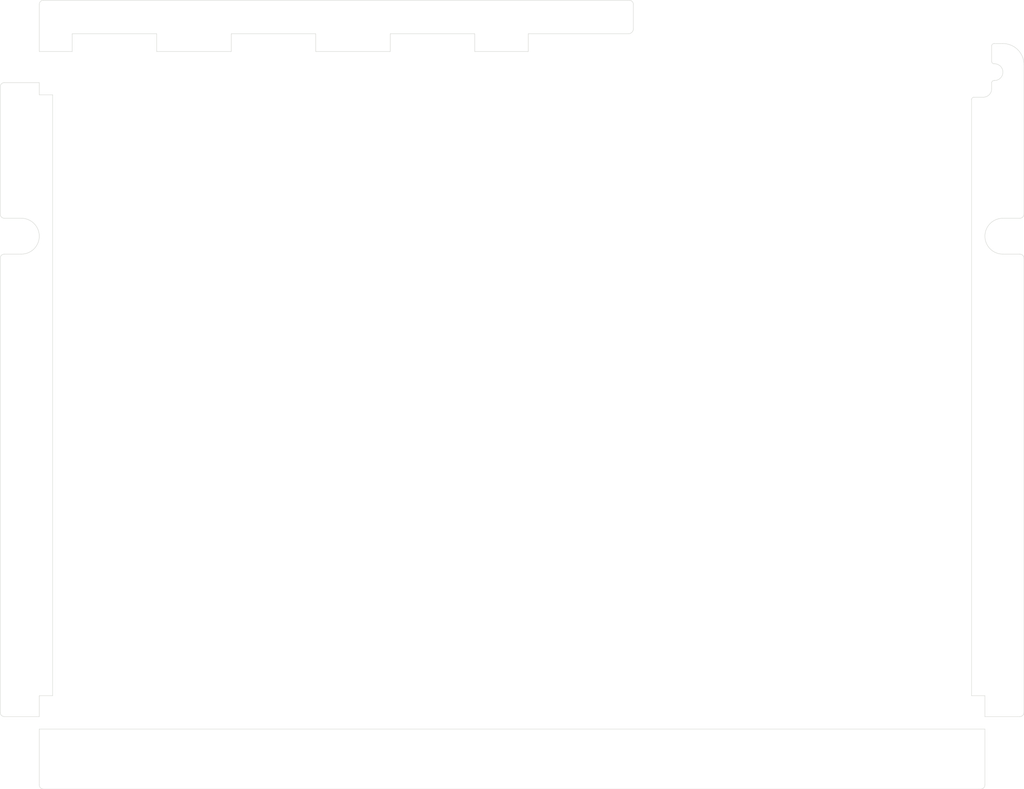
<source format=kicad_pcb>
(kicad_pcb (version 20171130) (host pcbnew "(5.1.12)-1")

  (general
    (thickness 1.6)
    (drawings 68)
    (tracks 0)
    (zones 0)
    (modules 0)
    (nets 1)
  )

  (page A4)
  (layers
    (0 F.Cu signal)
    (31 B.Cu signal)
    (32 B.Adhes user)
    (33 F.Adhes user)
    (34 B.Paste user)
    (35 F.Paste user)
    (36 B.SilkS user)
    (37 F.SilkS user)
    (38 B.Mask user)
    (39 F.Mask user)
    (40 Dwgs.User user)
    (41 Cmts.User user)
    (42 Eco1.User user)
    (43 Eco2.User user)
    (44 Edge.Cuts user)
    (45 Margin user)
    (46 B.CrtYd user)
    (47 F.CrtYd user)
    (48 B.Fab user)
    (49 F.Fab user)
  )

  (setup
    (last_trace_width 0.25)
    (user_trace_width 0.5)
    (trace_clearance 0.2)
    (zone_clearance 0.148828)
    (zone_45_only no)
    (trace_min 0.2)
    (via_size 0.8)
    (via_drill 0.4)
    (via_min_size 0.4)
    (via_min_drill 0.3)
    (uvia_size 0.3)
    (uvia_drill 0.1)
    (uvias_allowed no)
    (uvia_min_size 0.2)
    (uvia_min_drill 0.1)
    (edge_width 0.05)
    (segment_width 0.2)
    (pcb_text_width 0.3)
    (pcb_text_size 1.5 1.5)
    (mod_edge_width 0.12)
    (mod_text_size 1 1)
    (mod_text_width 0.15)
    (pad_size 1.524 1.524)
    (pad_drill 0.762)
    (pad_to_mask_clearance 0)
    (aux_axis_origin 0 0)
    (visible_elements 7FFFFFFF)
    (pcbplotparams
      (layerselection 0x010fc_ffffffff)
      (usegerberextensions false)
      (usegerberattributes false)
      (usegerberadvancedattributes false)
      (creategerberjobfile false)
      (excludeedgelayer true)
      (linewidth 0.100000)
      (plotframeref false)
      (viasonmask false)
      (mode 1)
      (useauxorigin false)
      (hpglpennumber 1)
      (hpglpenspeed 20)
      (hpglpendiameter 15.000000)
      (psnegative false)
      (psa4output false)
      (plotreference true)
      (plotvalue true)
      (plotinvisibletext false)
      (padsonsilk false)
      (subtractmaskfromsilk false)
      (outputformat 1)
      (mirror false)
      (drillshape 0)
      (scaleselection 1)
      (outputdirectory "../../Order/21_LetsSwamp_Assemble_L/"))
  )

  (net 0 "")

  (net_class Default "This is the default net class."
    (clearance 0.2)
    (trace_width 0.25)
    (via_dia 0.8)
    (via_drill 0.4)
    (uvia_dia 0.3)
    (uvia_drill 0.1)
  )

  (gr_arc (start 105.35304 -8.822648) (end 105.35304 -9.120304) (angle -90) (layer Edge.Cuts) (width 0.05) (tstamp 63DBDA7E))
  (gr_line (start 105.405384 -9.120304) (end 105.35304 -9.120304) (layer Edge.Cuts) (width 0.05))
  (gr_line (start 105.055384 -8.120304) (end 105.055384 -8.822648) (layer Edge.Cuts) (width 0.05))
  (gr_arc (start 102.947656 -6.822648) (end 102.947656 -7.120304) (angle -90) (layer Edge.Cuts) (width 0.05) (tstamp 63DBDA05))
  (gr_arc (start 105.405384 -10.120304) (end 105.405384 -9.120304) (angle -180) (layer Edge.Cuts) (width 0.05))
  (gr_line (start 104.055384 -7.120304) (end 102.947656 -7.120304) (layer Edge.Cuts) (width 0.05))
  (gr_arc (start 104.055384 -8.120304) (end 104.055384 -7.120304) (angle -90) (layer Edge.Cuts) (width 0.05))
  (gr_line (start 105.35304 -11.120304) (end 105.405384 -11.120304) (layer Edge.Cuts) (width 0.05) (tstamp 63DBD6A3))
  (gr_arc (start 105.35304 -11.41796) (end 105.055384 -11.41796) (angle -90) (layer Edge.Cuts) (width 0.05) (tstamp 63DBD63E))
  (gr_arc (start 105.35304 -13.246887) (end 105.35304 -13.544543) (angle -90) (layer Edge.Cuts) (width 0.05) (tstamp 63DBD538))
  (gr_line (start 105.35304 -13.544543) (end 106.397756 -13.544543) (layer Edge.Cuts) (width 0.05) (tstamp 63DBD3F6))
  (gr_line (start 105.055384 -11.41796) (end 105.055384 -13.246887) (layer Edge.Cuts) (width 0.05) (tstamp 63DBD3D6))
  (gr_arc (start 106.397756 -11.013291) (end 108.929008 -11.013291) (angle -90) (layer Edge.Cuts) (width 0.05) (tstamp 63DBCA34))
  (gr_arc (start 61.552092 -15.31093) (end 61.552092 -14.715618) (angle -90) (layer Edge.Cuts) (width 0.05))
  (gr_line (start 13.989848 -12.590625) (end 5.060152 -12.590625) (layer Edge.Cuts) (width 0.05) (tstamp 63B69A37))
  (gr_line (start -8.497324 -18.735168) (end 61.647404 -18.735168) (layer Edge.Cuts) (width 0.05) (tstamp 63B69A35))
  (gr_arc (start -8.497324 -18.235168) (end -8.497324 -18.735168) (angle -90) (layer Edge.Cuts) (width 0.05) (tstamp 63B69A34))
  (gr_line (start 62.147404 -15.31093) (end 62.147404 -18.235168) (layer Edge.Cuts) (width 0.05) (tstamp 63B69A33))
  (gr_line (start -8.997324 -12.590625) (end -8.997324 -18.235168) (layer Edge.Cuts) (width 0.05) (tstamp 63B69A32))
  (gr_line (start -5.060152 -14.715617) (end 5.060152 -14.715617) (layer Edge.Cuts) (width 0.05) (tstamp 63B69A31))
  (gr_line (start 5.060152 -14.715617) (end 5.060152 -12.590625) (layer Edge.Cuts) (width 0.05) (tstamp 63B69A30))
  (gr_line (start 49.559772 -12.590625) (end 43.160152 -12.590625) (layer Edge.Cuts) (width 0.05) (tstamp 63B69A2E))
  (gr_line (start 24.110152 -14.715617) (end 24.110152 -12.590625) (layer Edge.Cuts) (width 0.05) (tstamp 63B69A2D))
  (gr_line (start 43.160152 -14.715617) (end 43.160152 -12.590625) (layer Edge.Cuts) (width 0.05) (tstamp 63B69A2C))
  (gr_line (start 49.559772 -14.715617) (end 61.552092 -14.715617) (layer Edge.Cuts) (width 0.05) (tstamp 63B69A2A))
  (gr_line (start 33.039848 -12.590625) (end 24.110152 -12.590625) (layer Edge.Cuts) (width 0.05) (tstamp 63B69A29))
  (gr_line (start 13.989848 -12.590625) (end 13.989848 -14.715617) (layer Edge.Cuts) (width 0.05) (tstamp 63B69A28))
  (gr_line (start 13.989848 -14.715617) (end 24.110152 -14.715617) (layer Edge.Cuts) (width 0.05) (tstamp 63B69A27))
  (gr_line (start -5.060152 -12.590625) (end -8.997324 -12.590625) (layer Edge.Cuts) (width 0.05) (tstamp 63B69A26))
  (gr_line (start 33.039848 -14.715617) (end 43.160152 -14.715617) (layer Edge.Cuts) (width 0.05) (tstamp 63B69A25))
  (gr_arc (start 61.647404 -18.235168) (end 62.147404 -18.235168) (angle -90) (layer Edge.Cuts) (width 0.05) (tstamp 63B69A24))
  (gr_line (start 49.559772 -12.590625) (end 49.559772 -14.715617) (layer Edge.Cuts) (width 0.05) (tstamp 63B69A22))
  (gr_line (start -5.060152 -12.590625) (end -5.060152 -14.715617) (layer Edge.Cuts) (width 0.05) (tstamp 63B69A21))
  (gr_line (start 33.039848 -12.590625) (end 33.039848 -14.715617) (layer Edge.Cuts) (width 0.05) (tstamp 63B69A20))
  (gr_line (start 102.65 64.55) (end 104.251328 64.55) (layer Edge.Cuts) (width 0.05) (tstamp 639FF6E7))
  (gr_line (start 104.251328 64.55) (end 104.251328 67.05866) (layer Edge.Cuts) (width 0.05) (tstamp 639FF6E6))
  (gr_line (start -8.997324 64.55) (end -7.4 64.55) (layer Edge.Cuts) (width 0.05) (tstamp 639FF6D7))
  (gr_line (start -8.997324 64.55) (end -8.997324 67.058656) (layer Edge.Cuts) (width 0.05) (tstamp 639FF6D6))
  (gr_line (start -8.997324 -7.4) (end -7.4 -7.4) (layer Edge.Cuts) (width 0.05) (tstamp 639FF6C6))
  (gr_line (start -8.997324 -8.866859) (end -8.997324 -7.4) (layer Edge.Cuts) (width 0.05))
  (gr_line (start 102.65 64.55) (end 102.65 -6.822648) (layer Edge.Cuts) (width 0.05))
  (gr_line (start -8.997324 68.55) (end 104.251328 68.55) (layer Edge.Cuts) (width 0.05))
  (gr_line (start -7.4 -7.4) (end -7.4 64.55) (layer Edge.Cuts) (width 0.05))
  (gr_arc (start 108.429008 6.878578) (end 108.429008 7.378578) (angle -90) (layer Edge.Cuts) (width 0.05) (tstamp 638A716D))
  (gr_arc (start 108.429008 12.171442) (end 108.929008 12.171442) (angle -90) (layer Edge.Cuts) (width 0.05) (tstamp 638A716A))
  (gr_arc (start 108.429008 66.55866) (end 108.429008 67.05866) (angle -90) (layer Edge.Cuts) (width 0.05) (tstamp 638A7168))
  (gr_arc (start 103.751328 75.23634) (end 103.751328 75.73634) (angle -90) (layer Edge.Cuts) (width 0.05) (tstamp 638A7165))
  (gr_arc (start -8.497324 75.23634) (end -8.997324 75.23634) (angle -90) (layer Edge.Cuts) (width 0.05) (tstamp 638A715A))
  (gr_arc (start -13.175008 66.558656) (end -13.675008 66.558656) (angle -90) (layer Edge.Cuts) (width 0.05) (tstamp 638A7157))
  (gr_arc (start -13.175008 12.17144) (end -13.175008 11.67144) (angle -90) (layer Edge.Cuts) (width 0.05) (tstamp 638A7152))
  (gr_arc (start -13.175008 6.878576) (end -13.675008 6.878576) (angle -90) (layer Edge.Cuts) (width 0.05) (tstamp 638A714F))
  (gr_arc (start -13.175008 -8.366859) (end -13.175008 -8.866859) (angle -90) (layer Edge.Cuts) (width 0.05) (tstamp 638A714D))
  (gr_line (start -13.675008 6.878576) (end -13.675008 -8.366859) (layer Edge.Cuts) (width 0.05) (tstamp 638A6F7D))
  (gr_line (start 108.929008 12.171442) (end 108.929008 66.55866) (layer Edge.Cuts) (width 0.05) (tstamp 638A6F73))
  (gr_line (start 106.397756 7.378578) (end 108.429008 7.378578) (layer Edge.Cuts) (width 0.05))
  (gr_line (start 106.397756 11.671442) (end 108.429008 11.671442) (layer Edge.Cuts) (width 0.05))
  (gr_line (start 104.251328 67.05866) (end 108.429008 67.05866) (layer Edge.Cuts) (width 0.05))
  (gr_line (start 104.251328 68.55) (end 104.251328 75.23634) (layer Edge.Cuts) (width 0.05))
  (gr_line (start -8.997324 68.55) (end -8.997324 75.23634) (layer Edge.Cuts) (width 0.05))
  (gr_line (start -8.997324 67.058656) (end -13.175008 67.058656) (layer Edge.Cuts) (width 0.05))
  (gr_line (start -11.143756 11.67144) (end -13.175008 11.67144) (layer Edge.Cuts) (width 0.05))
  (gr_line (start -11.143756 7.378576) (end -13.175008 7.378576) (layer Edge.Cuts) (width 0.05))
  (gr_line (start -8.997324 -8.866859) (end -13.175008 -8.866859) (layer Edge.Cuts) (width 0.05))
  (gr_arc (start -11.143756 9.525008) (end -11.143756 11.67144) (angle -180) (layer Edge.Cuts) (width 0.05))
  (gr_arc (start 106.397756 9.52501) (end 106.397756 7.378578) (angle -180) (layer Edge.Cuts) (width 0.05))
  (gr_line (start -13.675008 12.17144) (end -13.675008 66.558656) (layer Edge.Cuts) (width 0.05) (tstamp 6389C39F))
  (gr_line (start 108.929008 6.878578) (end 108.929008 -11.013291) (layer Edge.Cuts) (width 0.05) (tstamp 6389C39D))
  (gr_line (start -8.497324 75.73634) (end 103.751328 75.73634) (layer Edge.Cuts) (width 0.05) (tstamp 6389C39C))

)

</source>
